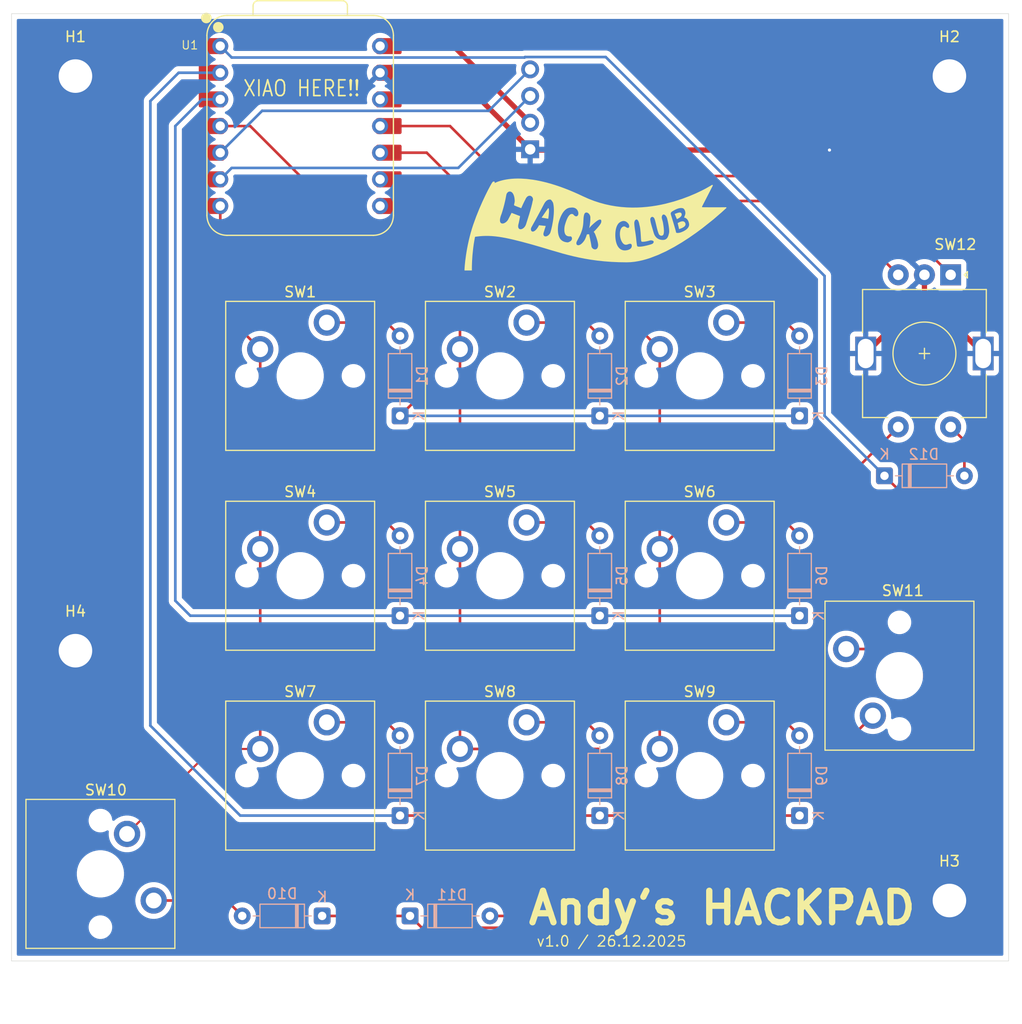
<source format=kicad_pcb>
(kicad_pcb (version 20241229) (generator "pcbnew") (generator_version "9.0")
  (layers (0 "F.Cu" signal) (2 "B.Cu" signal) (13 "F.Paste" user) (15 "B.Paste" user) (5 "F.SilkS" user "F.Silkscreen") (7 "B.SilkS" user "B.Silkscreen") (1 "F.Mask" user) (3 "B.Mask" user) (25 "Edge.Cuts" user))
  (net 0 "")
  (net 1 "Row 0")
  (net 2 "Net-(D1-A)")
  (net 3 "Net-(D2-A)")
  (net 4 "Net-(D3-A)")
  (net 5 "Row 1")
  (net 6 "Net-(D4-A)")
  (net 7 "Net-(D5-A)")
  (net 8 "Net-(D6-A)")
  (net 9 "Row 2")
  (net 10 "Net-(D7-A)")
  (net 11 "Net-(D8-A)")
  (net 12 "Net-(D9-A)")
  (net 13 "Row 3")
  (net 14 "Net-(D10-A)")
  (net 15 "Net-(D11-A)")
  (net 16 "Net-(D12-A)")
  (net 17 "Net-(J1-SCL)")
  (net 18 "+5V")
  (net 19 "Net-(J1-SDA)")
  (net 20 "GND")
  (net 21 "Col 0")
  (net 22 "Col 1")
  (net 23 "Col 2")
  (net 24 "Encoder B")
  (net 25 "Encoder A")
  (net 26 "+3.3V")
  (footprint "Scotto_Lib_MX:MX_PCB_1.00u" (layer "F.Cu") (at 140.35 66.675)
    (property "Reference" "SW3")
    (property "Value" "SW_Push_45deg")
  )
  (footprint "MountingHole:MountingHole_3.2mm_M3_DIN965_Pad" (layer "F.Cu") (at 80.81875 92.86875)
    (property "Reference" "H4")
    (property "Value" "MountingHole_Pad")
  )
  (footprint "MountingHole:MountingHole_3.2mm_M3_DIN965_Pad" (layer "F.Cu") (at 80.81875 38.1)
    (property "Reference" "H1")
    (property "Value" "MountingHole_Pad")
  )
  (footprint "Scotto_Lib_MX:MX_PCB_1.50u" (layer "F.Cu") (at 83.2 114.14125 -90)
    (property "Reference" "SW10")
    (property "Value" "SW_Push_45deg")
  )
  (footprint "Scotto_Lib_MX:MX_PCB_1.00u" (layer "F.Cu") (at 140.35 85.725)
    (property "Reference" "SW6")
    (property "Value" "SW_Push_45deg")
  )
  (footprint "Scotto_Lib_MX:MX_PCB_1.00u" (layer "F.Cu") (at 121.3 104.775)
    (property "Reference" "SW8")
    (property "Value" "SW_Push_45deg")
  )
  (footprint "Scotto_Lib_MX:MX_PCB_1.00u" (layer "F.Cu") (at 102.25 104.775)
    (property "Reference" "SW7")
    (property "Value" "SW_Push_45deg")
  )
  (footprint "Scotto_Lib_MX:MX_PCB_1.00u" (layer "F.Cu") (at 102.25 85.725)
    (property "Reference" "SW4")
    (property "Value" "SW_Push_45deg")
  )
  (footprint "Scotto_Lib_MX:MX_PCB_1.00u" (layer "F.Cu") (at 121.3 85.725)
    (property "Reference" "SW5")
    (property "Value" "SW_Push_45deg")
  )
  (footprint "MountingHole:MountingHole_3.2mm_M3_DIN965_Pad" (layer "F.Cu") (at 164.1625 116.68125)
    (property "Reference" "H3")
    (property "Value" "MountingHole_Pad")
  )
  (footprint "Alps_Encoder:RotaryEncoder_Alps_EC11E-Switch_Vertical_H20mm" (layer "F.Cu") (at 164.28125 57.04375 -90)
    (property "Reference" "SW12")
    (property "Value" "RotaryEncoder_Switch_MP")
  )
  (footprint "Scotto_Lib_MX:MX_PCB_1.00u" (layer "F.Cu") (at 121.3 66.675)
    (property "Reference" "SW2")
    (property "Value" "SW_Push_45deg")
  )
  (footprint "Scotto_Lib_MX:MX_PCB_1.00u" (layer "F.Cu") (at 102.25 66.675)
    (property "Reference" "SW1")
    (property "Value" "SW_Push_45deg")
  )
  (footprint "Scotto_Lib_MX:MX_PCB_1.00u" (layer "F.Cu") (at 140.35 104.775)
    (property "Reference" "SW9")
    (property "Value" "SW_Push_45deg")
  )
  (footprint "MountingHole:MountingHole_3.2mm_M3_DIN965_Pad" (layer "F.Cu") (at 164.1625 38.1)
    (property "Reference" "H2")
    (property "Value" "MountingHole_Pad")
  )
  (footprint "Scotto_Lib_MX:MX_PCB_1.50u" (layer "F.Cu") (at 159.4 95.25 90)
    (property "Reference" "SW11")
    (property "Value" "SW_Push_45deg")
  )
  (footprint "Scotto_Lib_Components:OLED_128x32" (layer "F.Cu") (at 122.58125 35.28125)
    (property "Reference" "J1" (hide yes))
    (property "Value" "OLED_128x32")
  )
  (footprint "OPL_footprint:XIAO-RP2040-DIP" (layer "F.Cu") (at 102.25 42.8625)
    (property "Reference" "U1")
    (property "Value" "XIAO-RP2040-DIP")
  )
  (footprint "Diode_THT:D_DO-35_SOD27_P7.62mm_Horizontal" (layer "B.Cu") (at 149.875 70.485 90)
    (property "Reference" "D3")
    (property "Value" "1N4148")
  )
  (footprint "Diode_THT:D_DO-35_SOD27_P7.62mm_Horizontal" (layer "B.Cu") (at 130.825 70.485 90)
    (property "Reference" "D2")
    (property "Value" "1N4148")
  )
  (footprint "Diode_THT:D_DO-35_SOD27_P7.62mm_Horizontal" (layer "B.Cu") (at 130.825 89.535 90)
    (property "Reference" "D5")
    (property "Value" "1N4148")
  )
  (footprint "Diode_THT:D_DO-35_SOD27_P7.62mm_Horizontal" (layer "B.Cu") (at 149.875 89.535 90)
    (property "Reference" "D6")
    (property "Value" "1N4148")
  )
  (footprint "Diode_THT:D_DO-35_SOD27_P7.62mm_Horizontal" (layer "B.Cu") (at 111.775 70.485 90)
    (property "Reference" "D1")
    (property "Value" "1N4148")
  )
  (footprint "Diode_THT:D_DO-35_SOD27_P7.62mm_Horizontal" (layer "B.Cu") (at 112.725 118.15)
    (property "Reference" "D11")
    (property "Value" "1N4148")
  )
  (footprint "Diode_THT:D_DO-35_SOD27_P7.62mm_Horizontal" (layer "B.Cu") (at 149.875 108.585 90)
    (property "Reference" "D9")
    (property "Value" "1N4148")
  )
  (footprint "Diode_THT:D_DO-35_SOD27_P7.62mm_Horizontal" (layer "B.Cu") (at 111.775 89.535 90)
    (property "Reference" "D4")
    (property "Value" "1N4148")
  )
  (footprint "Diode_THT:D_DO-35_SOD27_P7.62mm_Horizontal" (layer "B.Cu") (at 157.97125 76.2)
    (property "Reference" "D12")
    (property "Value" "1N4148")
  )
  (footprint "Diode_THT:D_DO-35_SOD27_P7.62mm_Horizontal" (layer "B.Cu") (at 104.345 118.15 180)
    (property "Reference" "D10")
    (property "Value" "1N4148")
  )
  (footprint "Diode_THT:D_DO-35_SOD27_P7.62mm_Horizontal" (layer "B.Cu") (at 111.775 108.585 90)
    (property "Reference" "D7")
    (property "Value" "1N4148")
  )
  (footprint "Diode_THT:D_DO-35_SOD27_P7.62mm_Horizontal" (layer "B.Cu") (at 130.825 108.585 90)
    (property "Reference" "D8")
    (property "Value" "1N4148")
  )
  (gr_poly (pts (xy 123.302181 47.869021) (xy 123.845769 47.903352) (xy 124.443478 47.976712) (xy 124.762964 48.029837) (xy 125.096384 48.09489) (xy 125.443874 48.172593) (xy 125.805569 48.26367) (xy 126.181602 48.368844) (xy 126.572109 48.488839) (xy 126.977225 48.624378) (xy 127.397085 48.776184) (xy 127.831823 48.94498) (xy 128.281574 49.13149) (xy 128.746474 49.336438) (xy 129.226656 49.560545) (xy 129.753314 49.796208) (xy 130.279388 49.99915) (xy 130.804018 50.170903) (xy 131.326345 50.312998) (xy 131.84551 50.426969) (xy 132.360652 50.514348) (xy 132.870913 50.576666) (xy 133.375433 50.615456) (xy 133.873353 50.63225) (xy 134.363813 50.628581) (xy 134.845953 50.605981) (xy 135.318915 50.565981) (xy 135.781839 50.510114) (xy 136.233864 50.439913) (xy 136.674133 50.356909) (xy 137.101785 50.262634) (xy 137.9158 50.046404) (xy 138.669036 49.803478) (xy 139.354615 49.546116) (xy 139.965663 49.286575) (xy 140.495303 49.037113) (xy 140.93666 48.809987) (xy 141.527022 48.471775) (xy 141.530251 48.470032) (xy 141.533595 48.46871) (xy 141.537038 48.467791) (xy 141.54056 48.467257) (xy 141.544144 48.467093) (xy 141.547772 48.46728) (xy 141.551426 48.467802) (xy 141.555089 48.468641) (xy 141.558743 48.469782) (xy 141.562369 48.471206) (xy 141.565951 48.472897) (xy 141.56947 48.474837) (xy 141.572908 48.477011) (xy 141.576247 48.479399) (xy 141.579471 48.481987) (xy 141.58256 48.484756) (xy 141.585497 48.487689) (xy 141.588265 48.49077) (xy 141.590845 48.493982) (xy 141.593219 48.497307) (xy 141.595371 48.500729) (xy 141.597281 48.50423) (xy 141.598932 48.507793) (xy 141.600307 48.511402) (xy 141.601387 48.515039) (xy 141.602154 48.518688) (xy 141.602592 48.52233) (xy 141.602681 48.525951) (xy 141.602405 48.529531) (xy 141.601745 48.533055) (xy 141.600683 48.536504) (xy 141.599202 48.539864) (xy 140.576103 50.53137) (xy 140.574701 50.534328) (xy 140.573518 50.537313) (xy 140.57255 50.540317) (xy 140.571793 50.543333) (xy 140.571241 50.546352) (xy 140.570891 50.549367) (xy 140.570737 50.55237) (xy 140.570775 50.555353) (xy 140.571 50.558308) (xy 140.571408 50.561228) (xy 140.571994 50.564104) (xy 140.572754 50.566928) (xy 140.573683 50.569694) (xy 140.574776 50.572392) (xy 140.576028 50.575016) (xy 140.577436 50.577557) (xy 140.578995 50.580008) (xy 140.580699 50.58236) (xy 140.582545 50.584606) (xy 140.584527 50.586738) (xy 140.586642 50.588748) (xy 140.588884 50.590629) (xy 140.591249 50.592372) (xy 140.593733 50.593969) (xy 140.59633 50.595413) (xy 140.599036 50.596697) (xy 140.601847 50.597811) (xy 140.604758 50.598748) (xy 140.607764 50.599501) (xy 140.610861 50.600062) (xy 140.614044 50.600422) (xy 140.617309 50.600574) (xy 141.443884 50.607412) (xy 142.100344 50.607384) (xy 142.850103 50.601133) (xy 142.854088 50.601222) (xy 142.857957 50.60159) (xy 142.861704 50.602223) (xy 142.865321 50.603109) (xy 142.868802 50.604235) (xy 142.87214 50.605588) (xy 142.875329 50.607156) (xy 142.87836 50.608926) (xy 142.881229 50.610886) (xy 142.883927 50.613022) (xy 142.886447 50.615323) (xy 142.888784 50.617775) (xy 142.89093 50.620366) (xy 142.892879 50.623084) (xy 142.894623 50.625915) (xy 142.896155 50.628847) (xy 142.89747 50.631867) (xy 142.89856 50.634963) (xy 142.899418 50.638122) (xy 142.900037 50.641332) (xy 142.900411 50.644579) (xy 142.900533 50.647852) (xy 142.900396 50.651136) (xy 142.899993 50.654421) (xy 142.899317 50.657693) (xy 142.898362 50.660939) (xy 142.897121 50.664147) (xy 142.895586 50.667305) (xy 142.893751 50.670399) (xy 142.89161 50.673417) (xy 142.889155 50.676346) (xy 142.88638 50.679174) (xy 142.436876 51.090458) (xy 141.653042 51.765091) (xy 140.59681 52.605003) (xy 139.9859 53.05629) (xy 139.330115 53.512121) (xy 138.637198 53.960235) (xy 137.914891 54.388374) (xy 137.170934 54.784279) (xy 136.41307 55.135691) (xy 135.649041 55.430352) (xy 135.267134 55.552569) (xy 134.886588 55.656001) (xy 134.508372 55.739115) (xy 134.133453 55.80038) (xy 133.762799 55.838263) (xy 133.397378 55.851231) (xy 132.637211 55.840111) (xy 131.918458 55.807934) (xy 131.23772 55.756474) (xy 130.591599 55.687507) (xy 129.976695 55.602807) (xy 129.38961 55.50415) (xy 128.826944 55.39331) (xy 128.285299 55.272061) (xy 127.761276 55.142179) (xy 127.251475 55.005439) (xy 126.260946 54.718482) (xy 125.286519 54.425389) (xy 124.301004 54.140359) (xy 123.932356 54.040894) (xy 128.587341 54.040894) (xy 128.589647 54.069654) (xy 128.594989 54.096428) (xy 128.603259 54.121075) (xy 128.614345 54.14345) (xy 128.628134 54.16341) (xy 128.644517 54.180811) (xy 128.663383 54.19551) (xy 128.684619 54.207363) (xy 128.708115 54.216226) (xy 128.73376 54.221957) (xy 128.761443 54.224411) (xy 128.791052 54.223445) (xy 128.822476 54.218916) (xy 128.855605 54.210679) (xy 128.890327 54.198592) (xy 128.92653 54.18251) (xy 128.964105 54.162291) (xy 129.002939 54.13779) (xy 129.042922 54.108864) (xy 129.083942 54.07537) (xy 129.125889 54.037164) (xy 129.16865 53.994102) (xy 129.212116 53.946041) (xy 129.256175 53.892838) (xy 129.300715 53.834348) (xy 129.345626 53.770429) (xy 129.367564 53.737099) (xy 129.389574 53.698808) (xy 129.411451 53.656537) (xy 129.432989 53.611266) (xy 129.453985 53.563978) (xy 129.474231 53.515654) (xy 129.511657 53.419822) (xy 129.543624 53.33162) (xy 129.568491 53.258899) (xy 129.590354 53.191301) (xy 129.799459 53.167768) (xy 129.896054 53.612807) (xy 129.971334 53.991422) (xy 130.002459 54.167931) (xy 130.024189 54.316163) (xy 130.029963 54.346882) (xy 130.038717 54.376633) (xy 130.050246 54.405289) (xy 130.064343 54.432722) (xy 130.080804 54.458804) (xy 130.099422 54.483407) (xy 130.119992 54.506404) (xy 130.142307 54.527666) (xy 130.166162 54.547066) (xy 130.191351 54.564476) (xy 130.217669 54.579767) (xy 130.244908 54.592814) (xy 130.272865 54.603486) (xy 130.301332 54.611657) (xy 130.330105 54.617199) (xy 130.358976 54.619984) (xy 130.387741 54.619885) (xy 130.416194 54.616772) (xy 130.444128 54.610519) (xy 130.471338 54.600998) (xy 130.497619 54.58808) (xy 130.522764 54.571639) (xy 130.546567 54.551546) (xy 130.568823 54.527673) (xy 130.589327 54.499893) (xy 130.607871 54.468077) (xy 130.62425 54.432099) (xy 130.638259 54.39183) (xy 130.649692 54.347141) (xy 130.658343 54.297907) (xy 130.664006 54.243998) (xy 130.666475 54.185287) (xy 130.655909 54.097742) (xy 130.639873 54.002784) (xy 130.618227 53.900377) (xy 130.590833 53.790487) (xy 130.557552 53.673079) (xy 130.518245 53.548116) (xy 130.472775 53.415564) (xy 130.421002 53.275388) (xy 130.406882 53.237111) (xy 132.302099 53.237111) (xy 132.303213 53.351011) (xy 132.307124 53.436695) (xy 132.313089 53.520025) (xy 132.321094 53.600956) (xy 132.331121 53.679444) (xy 132.343158 53.755444) (xy 132.357189 53.828912) (xy 132.373199 53.899803) (xy 132.391173 53.968071) (xy 132.411096 54.033673) (xy 132.432954 54.096563) (xy 132.456731 54.156697) (xy 132.482413 54.214031) (xy 132.509984 54.268518) (xy 132.539429 54.320116) (xy 132.570735 54.368779) (xy 132.603885 54.414461) (xy 132.638865 54.45712) (xy 132.67566 54.49671) (xy 132.714255 54.533185) (xy 132.754636 54.566503) (xy 132.796786 54.596617) (xy 132.840692 54.623483) (xy 132.886338 54.647056) (xy 132.93371 54.667292) (xy 132.982792 54.684147) (xy 133.033569 54.697574) (xy 133.086028 54.70753) (xy 133.140152 54.71397) (xy 133.195927 54.716849) (xy 133.253338 54.716122) (xy 133.31237 54.711745) (xy 133.373008 54.703673) (xy 133.432099 54.692685) (xy 133.486613 54.679698) (xy 133.536713 54.664863) (xy 133.582566 54.648331) (xy 133.624337 54.630253) (xy 133.66219 54.610779) (xy 133.696293 54.590062) (xy 133.72681 54.568251) (xy 133.753907 54.545498) (xy 133.777748 54.521953) (xy 133.798501 54.497767) (xy 133.816329 54.473092) (xy 133.831398 54.448077) (xy 133.843875 54.422875) (xy 133.853924 54.397635) (xy 133.86171 54.37251) (xy 133.8674 54.347649) (xy 133.871158 54.323203) (xy 133.873151 54.299324) (xy 133.873543 54.276163) (xy 133.8725 54.25387) (xy 133.870187 54.232595) (xy 133.86677 54.212491) (xy 133.862415 54.193708) (xy 133.857286 54.176397) (xy 133.85155 54.160708) (xy 133.845371 54.146793) (xy 133.838915 54.134803) (xy 133.832348 54.124888) (xy 133.825835 54.1172) (xy 133.819541 54.111888) (xy 133.813632 54.109105) (xy 133.80493 54.106301) (xy 133.796648 54.102782) (xy 133.779624 54.094769) (xy 133.770026 54.090858) (xy 133.759131 54.087402) (xy 133.746511 54.084692) (xy 133.731737 54.083021) (xy 133.71438 54.082681) (xy 133.694012 54.083964) (xy 133.670202 54.087163) (xy 133.642524 54.09257) (xy 133.610546 54.100478) (xy 133.573842 54.111178) (xy 133.531981 54.124963) (xy 133.484535 54.142126) (xy 133.45953 54.150952) (xy 133.434907 54.158481) (xy 133.410662 54.164699) (xy 133.386788 54.169593) (xy 133.363278 54.17315) (xy 133.340128 54.175355) (xy 133.31733 54.176196) (xy 133.294878 54.175658) (xy 133.272767 54.173728) (xy 133.250991 54.170393) (xy 133.229542 54.165638) (xy 133.208415 54.159451) (xy 133.187604 54.151818) (xy 133.167102 54.142725) (xy 133.146904 54.132158) (xy 133.127004 54.120105) (xy 133.107394 54.106551) (xy 133.08807 54.091484) (xy 133.069024 54.074888) (xy 133.050251 54.056752) (xy 133.031745 54.037061) (xy 133.0135 54.015801) (xy 132.995508 53.99296) (xy 132.977765 53.968523) (xy 132.960264 53.942477) (xy 132.942998 53.914809) (xy 132.909151 53.85455) (xy 132.876173 53.787639) (xy 132.844016 53.713966) (xy 132.823684 53.658848) (xy 132.804862 53.598317) (xy 132.787862 53.533108) (xy 132.772993 53.463953) (xy 132.760564 53.391586) (xy 132.750887 53.316741) (xy 132.74427 53.240151) (xy 132.741024 53.162551) (xy 132.741459 53.084673) (xy 132.745884 53.007251) (xy 132.75461 52.931019) (xy 132.767947 52.856711) (xy 132.786204 52.785059) (xy 132.809691 52.716798) (xy 132.823493 52.684169) (xy 132.838719 52.652662) (xy 132.855407 52.62237) (xy 132.873597 52.593383) (xy 132.879248 52.585194) (xy 132.884877 52.577373) (xy 132.89048 52.56991) (xy 132.896051 52.562795) (xy 132.901587 52.556016) (xy 132.907082 52.549564) (xy 132.917936 52.537594) (xy 132.928576 52.526799) (xy 132.938969 52.517092) (xy 132.949078 52.508389) (xy 132.958868 52.500603) (xy 132.968305 52.493649) (xy 132.977352 52.487439) (xy 132.985975 52.481889) (xy 132.994139 52.476912) (xy 133.021495 52.461019) (xy 133.032823 52.454531) (xy 133.04415 52.448858) (xy 133.055455 52.443962) (xy 133.06672 52.439807) (xy 133.077926 52.436359) (xy 133.089052 52.433579) (xy 133.10008 52.431432) (xy 133.110991 52.429881) (xy 133.121764 52.428892) (xy 133.13238 52.428426) (xy 133.142821 52.428448) (xy 133.153067 52.428921) (xy 133.163099 52.42981) (xy 133.172897 52.431078) (xy 133.182441 52.432689) (xy 133.191714 52.434606) (xy 133.200694 52.436794) (xy 133.209364 52.439215) (xy 133.225692 52.444616) (xy 133.240544 52.450517) (xy 133.253765 52.45663) (xy 133.2652 52.462664) (xy 133.274695 52.468328) (xy 133.282095 52.473334) (xy 133.287246 52.47739) (xy 133.318178 52.498858) (xy 133.347531 52.517399) (xy 133.375321 52.533115) (xy 133.401562 52.546105) (xy 133.426271 52.556468) (xy 133.449463 52.564307) (xy 133.471153 52.56972) (xy 133.491358 52.572807) (xy 133.510092 52.573669) (xy 133.527371 52.572406) (xy 133.543211 52.569118) (xy 133.557628 52.563905) (xy 133.570637 52.556868) (xy 133.582252 52.548105) (xy 133.592491 52.537718) (xy 133.601369 52.525807) (xy 133.608901 52.512471) (xy 133.615102 52.497811) (xy 133.619988 52.481927) (xy 133.623576 52.464919) (xy 133.62588 52.446887) (xy 133.626915 52.427931) (xy 133.626698 52.408152) (xy 133.625244 52.387649) (xy 133.622569 52.366523) (xy 133.618688 52.344873) (xy 133.613616 52.3228) (xy 133.60737 52.300404) (xy 133.599964 52.277786) (xy 133.591415 52.255044) (xy 133.581738 52.23228) (xy 133.570948 52.209593) (xy 133.545479 52.175021) (xy 133.519435 52.142465) (xy 133.496129 52.115739) (xy 134.111753 52.115739) (xy 134.113635 52.184327) (xy 134.117892 52.257827) (xy 134.132467 52.417265) (xy 134.15336 52.58946) (xy 134.178452 52.769816) (xy 134.232759 53.136633) (xy 134.257737 53.313904) (xy 134.27844 53.480957) (xy 134.327511 53.944394) (xy 134.337129 54.026446) (xy 134.347771 54.10547) (xy 134.36048 54.186712) (xy 134.376296 54.275421) (xy 134.384239 54.297153) (xy 134.39891 54.315384) (xy 134.419857 54.330295) (xy 134.446628 54.342066) (xy 134.478771 54.350879) (xy 134.515834 54.356914) (xy 134.557365 54.360351) (xy 134.602914 54.361372) (xy 134.704253 54.356889) (xy 134.816237 54.34491) (xy 134.935252 54.326882) (xy 135.057682 54.304251) (xy 135.298332 54.250965) (xy 135.509272 54.196623) (xy 135.661583 54.152797) (xy 135.726352 54.131057) (xy 135.73332 54.127634) (xy 135.742679 54.124082) (xy 135.767347 54.115745) (xy 135.782043 54.110535) (xy 135.797905 54.10435) (xy 135.814628 54.096977) (xy 135.831904 54.088204) (xy 135.849428 54.07782) (xy 135.858188 54.071958) (xy 135.866894 54.065613) (xy 135.87551 54.05876) (xy 135.883996 54.051372) (xy 135.892314 54.043422) (xy 135.900426 54.034884) (xy 135.908294 54.025731) (xy 135.915879 54.015937) (xy 135.923144 54.005476) (xy 135.93005 53.994321) (xy 135.936558 53.982446) (xy 135.942631 53.969823) (xy 135.948229 53.956427) (xy 135.953316 53.942231) (xy 135.958273 53.928168) (xy 135.961299 53.914611) (xy 135.962479 53.901566) (xy 135.961902 53.88904) (xy 135.959653 53.877038) (xy 135.955819 53.865566) (xy 135.950487 53.854631) (xy 135.943742 53.844239) (xy 135.935673 53.834396) (xy 135.926365 53.825108) (xy 135.915905 53.81638) (xy 135.904379 53.80822) (xy 135.891874 53.800633) (xy 135.878478 53.793626) (xy 135.849354 53.781372) (xy 135.8177 53.77151) (xy 135.784209 53.764086) (xy 135.749573 53.759151) (xy 135.714486 53.756752) (xy 135.679641 53.756938) (xy 135.645729 53.759759) (xy 135.613443 53.765262) (xy 135.583477 53.773497) (xy 135.508821 53.795704) (xy 135.406202 53.821561) (xy 135.286141 53.847629) (xy 135.222858 53.859668) (xy 135.15916 53.870469) (xy 135.096362 53.879603) (xy 135.035779 53.88664) (xy 134.978727 53.89115) (xy 134.926521 53.892703) (xy 134.880476 53.89087) (xy 134.860174 53.888549) (xy 134.841906 53.885219) (xy 134.825836 53.880828) (xy 134.812128 53.875322) (xy 134.800947 53.868646) (xy 134.792456 53.860748) (xy 134.779555 53.83358) (xy 134.768906 53.78752) (xy 134.760051 53.724568) (xy 134.75253 53.646727) (xy 134.72661 53.226464) (xy 134.70972 52.979003) (xy 134.685313 52.727996) (xy 134.669143 52.606163) (xy 134.649716 52.489445) (xy 134.626574 52.379842) (xy 134.599258 52.279356) (xy 134.593499 52.24548) (xy 134.587448 52.212947) (xy 134.581117 52.181738) (xy 134.574517 52.151835) (xy 134.567659 52.12322) (xy 134.560554 52.095873) (xy 134.553214 52.069778) (xy 134.545651 52.044914) (xy 134.537875 52.021264) (xy 134.529898 51.99881) (xy 134.521731 51.977532) (xy 134.513386 51.957413) (xy 134.504875 51.938435) (xy 134.496207 51.920578) (xy 134.487395 51.903824) (xy 134.478451 51.888156) (xy 134.469384 51.873554) (xy 134.460208 51.86) (xy 134.450933 51.847476) (xy 134.44157 51.835963) (xy 134.432131 51.825443) (xy 134.422628 51.815898) (xy 134.413071 51.807308) (xy 134.403472 51.799657) (xy 134.393842 51.792924) (xy 134.384193 51.787093) (xy 134.374537 51.782144) (xy 134.364883 51.778059) (xy 134.355244 51.77482) (xy 134.345632 51.772408) (xy 134.336057 51.770804) (xy 134.32653 51.769992) (xy 134.32653 51.769993) (xy 134.315807 51.770004) (xy 134.305178 51.770979) (xy 134.294658 51.772892) (xy 134.284266 51.775716) (xy 134.274017 51.779425) (xy 134.263927 51.78399) (xy 134.254013 51.789386) (xy 134.244293 51.795585) (xy 134.234781 51.802562) (xy 134.225496 51.810288) (xy 134.207668 51.827883) (xy 134.190941 51.848157) (xy 134.175448 51.870894) (xy 134.16132 51.89588) (xy 134.14869 51.922901) (xy 134.137689 51.951742) (xy 134.12845 51.982188) (xy 134.121105 52.014026) (xy 134.115785 52.04704) (xy 134.112624 52.081016) (xy 134.111753 52.115739) (xy 133.496129 52.115739) (xy 133.492825 52.11195) (xy 133.465654 52.083503) (xy 133.437931 52.057148) (xy 133.409662 52.032913) (xy 133.380854 52.010822) (xy 133.351514 51.990901) (xy 133.321651 51.973177) (xy 133.291269 51.957675) (xy 133.260378 51.944421) (xy 133.228983 51.933441) (xy 133.197092 51.92476) (xy 133.164712 51.918405) (xy 133.13185 51.914401) (xy 133.098513 51.912774) (xy 133.072261 51.913169) (xy 133.04573 51.91503) (xy 133.018923 51.91837) (xy 132.991843 51.9232) (xy 132.964494 51.929533) (xy 132.936879 51.93738) (xy 132.909002 51.946754) (xy 132.880865 51.957666) (xy 132.852472 51.970129) (xy 132.823825 51.984154) (xy 132.79493 51.999754) (xy 132.765787 52.016939) (xy 132.736402 52.035723) (xy 132.706777 52.056118) (xy 132.676915 52.078135) (xy 132.64682 52.101786) (xy 132.606469 52.145004) (xy 132.568139 52.19274) (xy 132.531938 52.245024) (xy 132.49797 52.301882) (xy 132.466342 52.363342) (xy 132.43716 52.429431) (xy 132.41053 52.500177) (xy 132.386559 52.575608) (xy 132.365352 52.655751) (xy 132.347015 52.740634) (xy 132.331654 52.830285) (xy 132.319376 52.92473) (xy 132.310287 53.023997) (xy 132.304493 53.128115) (xy 132.302099 53.237111) (xy 130.406882 53.237111) (xy 130.404582 53.230877) (xy 130.385798 53.184482) (xy 130.361511 53.130212) (xy 130.347667 53.10205) (xy 130.332882 53.07423) (xy 130.317302 53.047523) (xy 130.301072 53.022699) (xy 130.284336 53.000528) (xy 130.275824 52.990678) (xy 130.26724 52.981781) (xy 130.258603 52.973932) (xy 130.249929 52.967228) (xy 130.241238 52.961766) (xy 130.232548 52.95764) (xy 130.336176 52.851604) (xy 130.443716 52.737569) (xy 130.568855 52.599309) (xy 130.69693 52.449164) (xy 130.757486 52.37349) (xy 130.813276 52.299472) (xy 130.862469 52.228653) (xy 130.903232 52.162575) (xy 130.93373 52.102781) (xy 130.944558 52.075722) (xy 130.952132 52.050812) (xy 130.962206 52.002099) (xy 130.967632 51.956068) (xy 130.968105 51.913507) (xy 130.966388 51.893773) (xy 130.963319 51.875201) (xy 130.958858 51.85789) (xy 130.952967 51.841938) (xy 130.945609 51.827443) (xy 130.936745 51.814504) (xy 130.926337 51.803219) (xy 130.914346 51.793687) (xy 130.900735 51.786005) (xy 130.885465 51.780272) (xy 130.868498 51.776587) (xy 130.849795 51.775048) (xy 130.829319 51.775752) (xy 130.807032 51.7788) (xy 130.782894 51.784288) (xy 130.756868 51.792315) (xy 130.728916 51.80298) (xy 130.698999 51.816381) (xy 130.66708 51.832616) (xy 130.633119 51.851784) (xy 130.597079 51.873983) (xy 130.558922 51.899311) (xy 130.518609 51.927866) (xy 130.476102 51.959748) (xy 130.431363 51.995054) (xy 130.384353 52.033883) (xy 130.337518 52.073652) (xy 130.293271 52.111724) (xy 130.251539 52.148127) (xy 130.212251 52.18289) (xy 130.175335 52.21604) (xy 130.140717 52.247608) (xy 130.108326 52.27762) (xy 130.078091 52.306106) (xy 130.049937 52.333094) (xy 130.023794 52.358613) (xy 129.999589 52.382692) (xy 129.97725 52.405357) (xy 129.956704 52.42664) (xy 129.93788 52.446567) (xy 129.920705 52.465167) (xy 129.905107 52.482469) (xy 129.878353 52.513293) (xy 129.857041 52.539267) (xy 129.840592 52.560619) (xy 129.828429 52.577577) (xy 129.819975 52.590369) (xy 129.814652 52.599224) (xy 129.811086 52.606034) (xy 129.82998 52.514206) (xy 129.849088 52.411354) (xy 129.870631 52.28115) (xy 129.891602 52.131548) (xy 129.908996 51.970503) (xy 129.915413 51.888176) (xy 129.919808 51.805971) (xy 129.921073 51.754634) (xy 135.635885 51.754634) (xy 135.636038 51.777527) (xy 135.637799 51.80106) (xy 135.650519 51.896248) (xy 135.668845 51.995752) (xy 135.694107 52.106469) (xy 135.727635 52.235292) (xy 135.824805 52.574835) (xy 135.970989 53.06954) (xy 135.994888 53.137472) (xy 136.021202 53.200596) (xy 136.049739 53.259082) (xy 136.080307 53.313101) (xy 136.112713 53.362822) (xy 136.146766 53.408417) (xy 136.182274 53.450056) (xy 136.219044 53.487908) (xy 136.256885 53.522145) (xy 136.295604 53.552936) (xy 136.33501 53.580453) (xy 136.37491 53.604865) (xy 136.415113 53.626342) (xy 136.455425 53.645056) (xy 136.495656 53.661176) (xy 136.535613 53.674873) (xy 136.575104 53.686316) (xy 136.613938 53.695678) (xy 136.688862 53.708834) (xy 136.758851 53.715703) (xy 136.822366 53.71765) (xy 136.877872 53.716035) (xy 136.923833 53.712223) (xy 136.980973 53.703455) (xy 137.009974 53.695695) (xy 137.037537 53.68662) (xy 137.063708 53.676287) (xy 137.088532 53.664749) (xy 137.112055 53.652061) (xy 137.134323 53.638278) (xy 137.155381 53.623453) (xy 137.175277 53.607643) (xy 137.194054 53.5909) (xy 137.21176 53.573281) (xy 137.22844 53.554838) (xy 137.24414 53.535628) (xy 137.272783 53.495121) (xy 137.298056 53.452195) (xy 137.320325 53.407288) (xy 137.339956 53.360835) (xy 137.357318 53.313273) (xy 137.372775 53.265038) (xy 137.399445 53.168296) (xy 137.422899 53.074098) (xy 137.432682 53.020636) (xy 137.43827 52.957343) (xy 137.439953 52.885304) (xy 137.438018 52.805605) (xy 137.432752 52.719332) (xy 137.424443 52.627571) (xy 137.399845 52.431924) (xy 137.366525 52.227352) (xy 137.326783 52.022538) (xy 137.28292 51.826169) (xy 137.237237 51.64693) (xy 137.221169 51.605734) (xy 137.20397 51.566873) (xy 137.185756 51.530391) (xy 137.16664 51.496336) (xy 137.146736 51.464753) (xy 137.136524 51.449903) (xy 137.126158 51.435688) (xy 137.115651 51.422114) (xy 137.105019 51.409187) (xy 137.094275 51.396913) (xy 137.083433 51.385297) (xy 137.072508 51.374344) (xy 137.061514 51.364062) (xy 137.050466 51.354455) (xy 137.039377 51.345529) (xy 137.028262 51.33729) (xy 137.017134 51.329744) (xy 137.006009 51.322897) (xy 136.9949 51.316753) (xy 136.983822 51.31132) (xy 136.972789 51.306602) (xy 136.961814 51.302606) (xy 136.950913 51.299337) (xy 136.9401 51.296801) (xy 136.929388 51.295004) (xy 136.918792 51.293951) (xy 136.908327 51.293649) (xy 136.89234 51.294683) (xy 136.876756 51.297568) (xy 136.861629 51.302325) (xy 136.847012 51.308976) (xy 136.832959 51.317543) (xy 136.819522 51.328046) (xy 136.806757 51.340508) (xy 136.794715 51.354949) (xy 136.78345 51.371392) (xy 136.773017 51.389857) (xy 136.763467 51.410367) (xy 136.754855 51.432942) (xy 136.747233 51.457605) (xy 136.740656 51.484376) (xy 136.735177 51.513278) (xy 136.730848 51.544331) (xy 136.731006 51.566651) (xy 136.732535 51.589985) (xy 136.73533 51.614344) (xy 136.739289 51.639735) (xy 136.750282 51.693653) (xy 136.764683 51.751812) (xy 136.800391 51.881141) (xy 136.820037 51.952456) (xy 136.839772 52.028302) (xy 136.867465 52.1956) (xy 136.893772 52.36788) (xy 136.916149 52.540074) (xy 136.92507 52.624555) (xy 136.932056 52.707116) (xy 136.936788 52.787123) (xy 136.93895 52.863942) (xy 136.938224 52.936941) (xy 136.934291 53.005485) (xy 136.926834 53.068943) (xy 136.915535 53.12668) (xy 136.900077 53.178064) (xy 136.890689 53.201176) (xy 136.880142 53.222461) (xy 136.870383 53.235416) (xy 136.860004 53.247373) (xy 136.849045 53.25834) (xy 136.837546 53.268324) (xy 136.825548 53.277333) (xy 136.813093 53.285376) (xy 136.800221 53.292461) (xy 136.786972 53.298594) (xy 136.773388 53.303786) (xy 136.759509 53.308042) (xy 136.745376 53.311372) (xy 136.731029 53.313783) (xy 136.716511 53.315284) (xy 136.70186 53.315882) (xy 136.687119 53.315585) (xy 136.672328 53.314401) (xy 136.657527 53.312338) (xy 136.642758 53.309404) (xy 136.628061 53.305607) (xy 136.613477 53.300956) (xy 136.599046 53.295457) (xy 136.584811 53.289119) (xy 136.57081 53.281951) (xy 136.557086 53.273959) (xy 136.543678 53.265152) (xy 136.530628 53.255537) (xy 136.517977 53.245124) (xy 136.505764 53.233919) (xy 136.494032 53.221931) (xy 136.48282 53.209168) (xy 136.472169 53.195638) (xy 136.462121 53.181348) (xy 136.427248 53.102963) (xy 136.393603 53.013912) (xy 136.361132 52.916011) (xy 136.329784 52.811077) (xy 136.270246 52.587375) (xy 136.214567 52.357335) (xy 136.162329 52.135489) (xy 136.113111 51.936366) (xy 136.089503 51.849867) (xy 136.066492 51.774499) (xy 136.044027 51.712076) (xy 136.022054 51.664417) (xy 136.00744 51.640073) (xy 135.992274 51.618178) (xy 135.976628 51.598673) (xy 135.960573 51.581496) (xy 135.944183 51.566587) (xy 135.927529 51.553887) (xy 135.910682 51.543335) (xy 135.893716 51.534869) (xy 135.876702 51.528431) (xy 135.859712 51.52396) (xy 135.842818 51.521395) (xy 135.826092 51.520676) (xy 135.809607 51.521743) (xy 135.793434 51.524536) (xy 135.777644 51.528993) (xy 135.762312 51.535055) (xy 135.747507 51.542662) (xy 135.733302 51.551752) (xy 135.71977 51.562266) (xy 135.706983 51.574144) (xy 135.695011 51.587325) (xy 135.683928 51.601748) (xy 135.673805 51.617354) (xy 135.664715 51.634082) (xy 135.656729 51.651872) (xy 135.649919 51.670663) (xy 135.644358 51.690395) (xy 135.640117 51.711008) (xy 135.637269 51.732441) (xy 135.635885 51.754634) (xy 129.921073 51.754634) (xy 129.921806 51.724883) (xy 129.921032 51.645906) (xy 129.923172 51.617861) (xy 129.923877 51.590181) (xy 129.923199 51.5629) (xy 129.921191 51.536054) (xy 129.917908 51.509678) (xy 129.913402 51.483806) (xy 129.907726 51.458475) (xy 129.900935 51.433718) (xy 129.893081 51.409571) (xy 129.884218 51.386069) (xy 129.874399 51.363247) (xy 129.863678 51.34114) (xy 129.852108 51.319783) (xy 129.839741 51.299212) (xy 129.826633 51.279461) (xy 129.812835 51.260565) (xy 129.798401 51.242559) (xy 129.783385 51.225479) (xy 129.767841 51.209359) (xy 129.758928 51.200945) (xy 137.588364 51.200945) (xy 137.588567 51.210685) (xy 137.590147 51.229847) (xy 137.592877 51.24862) (xy 137.596259 51.267048) (xy 137.602982 51.303044) (xy 137.846942 52.101567) (xy 138.015961 52.678249) (xy 138.072583 52.888015) (xy 138.088966 52.957889) (xy 138.09551 52.998568) (xy 138.09693 53.004669) (xy 138.09946 53.010382) (xy 138.103062 53.015709) (xy 138.107697 53.020652) (xy 138.113327 53.025214) (xy 138.119915 53.029397) (xy 138.135811 53.036632) (xy 138.15508 53.042375) (xy 138.177417 53.046644) (xy 138.202518 53.049455) (xy 138.230078 53.050824) (xy 138.259793 53.050771) (xy 138.291358 53.04931) (xy 138.324469 53.04646) (xy 138.358822 53.042237) (xy 138.394111 53.036659) (xy 138.430032 53.029743) (xy 138.466282 53.021505) (xy 138.502554 53.011962) (xy 138.606835 52.974894) (xy 138.704777 52.93522) (xy 138.796247 52.893086) (xy 138.839513 52.87114) (xy 138.881111 52.848634) (xy 138.921025 52.825584) (xy 138.959237 52.802008) (xy 138.995731 52.777925) (xy 139.030491 52.753352) (xy 139.0635 52.728307) (xy 139.09474 52.702809) (xy 139.124197 52.676875) (xy 139.151852 52.650523) (xy 139.177689 52.623771) (xy 139.201692 52.596638) (xy 139.223845 52.56914) (xy 139.244129 52.541296) (xy 139.262529 52.513124) (xy 139.279028 52.484642) (xy 139.29361 52.455868) (xy 139.306257 52.426819) (xy 139.316953 52.397514) (xy 139.325682 52.367971) (xy 139.332427 52.338207) (xy 139.337171 52.308241) (xy 139.339897 52.278091) (xy 139.34059 52.247773) (xy 139.339231 52.217307) (xy 139.335806 52.186711) (xy 139.325304 52.12634) (xy 139.311724 52.067995) (xy 139.303811 52.03965) (xy 139.295166 52.011892) (xy 139.285802 51.984748) (xy 139.275731 51.958245) (xy 139.264966 51.93241) (xy 139.253519 51.907271) (xy 139.241403 51.882854) (xy 139.22863 51.859186) (xy 139.215214 51.836294) (xy 139.201166 51.814205) (xy 139.186499 51.792947) (xy 139.171226 51.772545) (xy 139.155359 51.753028) (xy 139.13891 51.734422) (xy 139.121893 51.716753) (xy 139.10432 51.70005) (xy 139.086203 51.684339) (xy 139.067555 51.669646) (xy 139.048388 51.656) (xy 139.028716 51.643426) (xy 139.00855 51.631952) (xy 138.987903 51.621606) (xy 138.966788 51.612413) (xy 138.945217 51.604401) (xy 138.923203 51.597597) (xy 138.900758 51.592027) (xy 138.877895 51.58772) (xy 138.854626 51.584701) (xy 138.867091 51.558503) (xy 138.880819 51.52779) (xy 138.897896 51.487144) (xy 138.917088 51.43792) (xy 138.937158 51.381475) (xy 138.956871 51.319166) (xy 138.966207 51.286236) (xy 138.974991 51.252349) (xy 138.978266 51.232524) (xy 138.980779 51.212534) (xy 138.982544 51.192415) (xy 138.983577 51.1722) (xy 138.983891 51.151926) (xy 138.983504 51.131625) (xy 138.982428 51.111334) (xy 138.98068 51.091086) (xy 138.975224 51.050861) (xy 138.967256 51.011227) (xy 138.956894 50.972463) (xy 138.944259 50.934844) (xy 138.92947 50.89865) (xy 138.912646 50.864157) (xy 138.893907 50.831643) (xy 138.883856 50.816215) (xy 138.873371 50.801386) (xy 138.862467 50.78719) (xy 138.851158 50.773663) (xy 138.839461 50.760839) (xy 138.827388 50.748752) (xy 138.814957 50.737437) (xy 138.802181 50.72693) (xy 138.789075 50.717265) (xy 138.775654 50.708475) (xy 138.76401 50.704418) (xy 138.752264 50.700621) (xy 138.740414 50.697082) (xy 138.72846 50.693802) (xy 138.716401 50.69078) (xy 138.704236 50.688017) (xy 138.679586 50.683264) (xy 138.654503 50.67954) (xy 138.628981 50.676843) (xy 138.603015 50.675172) (xy 138.576597 50.674524) (xy 138.536109 50.675466) (xy 138.494567 50.678705) (xy 138.45195 50.684234) (xy 138.408233 50.692047) (xy 138.363395 50.702139) (xy 138.317414 50.714503) (xy 138.270267 50.729134) (xy 138.221931 50.746027) (xy 138.172384 50.765174) (xy 138.121603 50.786571) (xy 138.069567 50.81021) (xy 138.016253 50.836088) (xy 137.961637 50.864197) (xy 137.905699 50.894532) (xy 137.848414 50.927086) (xy 137.789762 50.961855) (xy 137.766904 50.975116) (xy 137.745767 50.988155) (xy 137.72629 51.000977) (xy 137.70841 51.013588) (xy 137.692065 51.025994) (xy 137.677191 51.038199) (xy 137.663728 51.05021) (xy 137.651612 51.062031) (xy 137.640782 51.073668) (xy 137.631174 51.085127) (xy 137.622727 51.096413) (xy 137.615378 51.107531) (xy 137.609065 51.118487) (xy 137.603725 51.129286) (xy 137.599296 51.139934) (xy 137.595716 51.150435) (xy 137.592922 51.160797) (xy 137.590852 51.171023) (xy 137.589444 51.181119) (xy 137.588636 51.191092) (xy 137.588364 51.200945) (xy 129.758928 51.200945) (xy 129.75182 51.194235) (xy 129.735377 51.180141) (xy 129.718565 51.167113) (xy 129.701438 51.155185) (xy 129.684048 51.144393) (xy 129.66645 51.134772) (xy 129.648696 51.126356) (xy 129.630839 51.119182) (xy 129.612934 51.113283) (xy 129.595034 51.108696) (xy 129.577191 51.105454) (xy 129.559459 51.103593) (xy 129.541892 51.103149) (xy 129.541892 51.10315) (xy 129.526111 51.104005) (xy 129.510549 51.106086) (xy 129.495248 51.109421) (xy 129.480248 51.114035) (xy 129.465589 51.119954) (xy 129.45131 51.127204) (xy 129.444326 51.131337) (xy 129.437452 51.135812) (xy 129.430693 51.140633) (xy 129.424055 51.145803) (xy 129.417542 51.151326) (xy 129.411159 51.157204) (xy 129.404911 51.163441) (xy 129.398804 51.170041) (xy 129.392841 51.177006) (xy 129.38703 51.184339) (xy 129.375877 51.200126) (xy 129.365385 51.217426) (xy 129.355594 51.236267) (xy 129.346545 51.256674) (xy 129.338277 51.278674) (xy 129.313063 51.367886) (xy 129.294676 51.458242) (xy 129.281753 51.550296) (xy 129.272928 51.644601) (xy 129.251305 52.05539) (xy 129.242492 52.169246) (xy 129.229586 52.288671) (xy 129.211221 52.414219) (xy 129.186033 52.546444) (xy 129.152656 52.685897) (xy 129.109725 52.833133) (xy 129.055875 52.988704) (xy 128.98974 53.153164) (xy 128.970906 53.196487) (xy 128.949411 53.243337) (xy 128.900404 53.344515) (xy 128.846635 53.450485) (xy 128.792024 53.555031) (xy 128.643529 53.834703) (xy 128.625273 53.872355) (xy 128.610722 53.908884) (xy 128.599765 53.944145) (xy 128.592289 53.977997) (xy 128.588185 54.010294) (xy 128.587341 54.040894) (xy 123.932356 54.040894) (xy 123.376709 53.890976) (xy 122.560143 53.687115) (xy 122.186014 53.602358) (xy 121.831323 53.529105) (xy 121.493574 53.467397) (xy 121.170268 53.417275) (xy 120.858907 53.378781) (xy 120.556994 53.351956) (xy 120.26203 53.33684) (xy 119.971519 53.333476) (xy 119.682962 53.341904) (xy 119.393861 53.362166) (xy 119.101719 53.394303) (xy 118.804037 53.438355) (xy 118.800805 53.438785) (xy 118.79761 53.439) (xy 118.794459 53.439005) (xy 118.791358 53.438808) (xy 118.788313 53.438416) (xy 118.78533 53.437834) (xy 118.782416 53.43707) (xy 118.779576 53.436131) (xy 118.776816 53.435022) (xy 118.774143 53.433751) (xy 118.771564 53.432324) (xy 118.769083 53.430748) (xy 118.766707 53.42903) (xy 118.764443 53.427176) (xy 118.762296 53.425193) (xy 118.760272 53.423087) (xy 118.758379 53.420866) (xy 118.756621 53.418535) (xy 118.755005 53.416102) (xy 118.753537 53.413573) (xy 118.752224 53.410955) (xy 118.751071 53.408254) (xy 118.750084 53.405477) (xy 118.749271 53.402632) (xy 118.748636 53.399723) (xy 118.748186 53.396759) (xy 118.747927 53.393746) (xy 118.747866 53.39069) (xy 118.748007 53.387598) (xy 118.748359 53.384476) (xy 118.748926 53.381333) (xy 118.749715 53.378173) (xy 119.187565 51.84059) (xy 121.300596 51.84059) (xy 121.303202 51.900556) (xy 121.311168 51.953579) (xy 121.324113 51.999868) (xy 121.341656 52.039635) (xy 121.363417 52.073092) (xy 121.389013 52.10045) (xy 121.418066 52.12192) (xy 121.450192 52.137713) (xy 121.485012 52.148042) (xy 121.522144 52.153116) (xy 121.561208 52.153148) (xy 121.601823 52.148349) (xy 121.643608 52.138929) (xy 121.686181 52.125101) (xy 121.729162 52.107076) (xy 121.772171 52.085065) (xy 121.814825 52.059279) (xy 121.856744 52.029929) (xy 121.897548 51.997228) (xy 121.936854 51.961385) (xy 121.974283 51.922614) (xy 122.009454 51.881124) (xy 122.041984 51.837127) (xy 122.071495 51.790835) (xy 122.097603 51.742459) (xy 122.211027 51.525146) (xy 122.310883 51.330455) (xy 122.409026 51.136449) (xy 123.221907 51.448058) (xy 123.180817 51.671425) (xy 123.138454 51.889591) (xy 123.089543 52.124482) (xy 123.068485 52.19636) (xy 123.053003 52.263097) (xy 123.042816 52.324767) (xy 123.037641 52.381443) (xy 123.037199 52.433197) (xy 123.041206 52.480102) (xy 123.049381 52.522232) (xy 123.061442 52.559658) (xy 123.077108 52.592455) (xy 123.096097 52.620695) (xy 123.118128 52.64445) (xy 123.142918 52.663795) (xy 123.170186 52.678801) (xy 123.199651 52.689543) (xy 123.23103 52.696091) (xy 123.264042 52.698521) (xy 123.298406 52.696904) (xy 123.333839 52.691313) (xy 123.340623 52.689535) (xy 124.253744 52.689535) (xy 124.253894 52.723431) (xy 124.257386 52.755483) (xy 124.264099 52.785438) (xy 124.27391 52.813044) (xy 124.286697 52.838049) (xy 124.30234 52.8602) (xy 124.320716 52.879245) (xy 124.341703 52.894931) (xy 124.365181 52.907005) (xy 124.391026 52.915216) (xy 124.419118 52.91931) (xy 124.449335 52.919036) (xy 124.481554 52.91414) (xy 124.515655 52.904371) (xy 124.551515 52.889475) (xy 124.589012 52.8692) (xy 124.628026 52.843294) (xy 124.668434 52.811505) (xy 124.710115 52.773579) (xy 124.752946 52.729264) (xy 124.796807 52.678309) (xy 124.841575 52.620459) (xy 124.887128 52.555464) (xy 124.933345 52.483069) (xy 124.980105 52.403024) (xy 125.027285 52.315075) (xy 125.670036 52.386884) (xy 125.611826 52.560743) (xy 125.553221 52.74355) (xy 125.487536 52.959594) (xy 125.471835 53.004692) (xy 125.459984 53.047378) (xy 125.451818 53.087627) (xy 125.447174 53.125415) (xy 125.445885 53.160716) (xy 125.447788 53.193505) (xy 125.452719 53.223757) (xy 125.460512 53.251448) (xy 125.471003 53.276553) (xy 125.484027 53.299046) (xy 125.499421 53.318902) (xy 125.517019 53.336098) (xy 125.536656 53.350607) (xy 125.558169 53.362405) (xy 125.581393 53.371467) (xy 125.606163 53.377768) (xy 125.632314 53.381284) (xy 125.659683 53.381988) (xy 125.688103 53.379857) (xy 125.717412 53.374864) (xy 125.747444 53.366987) (xy 125.778035 53.356198) (xy 125.809021 53.342474) (xy 125.840235 53.32579) (xy 125.871515 53.30612) (xy 125.902696 53.283441) (xy 125.933613 53.257725) (xy 125.964101 53.22895) (xy 125.993996 53.19709) (xy 126.023133 53.162119) (xy 126.051348 53.124014) (xy 126.078476 53.082749) (xy 126.098104 53.040938) (xy 126.125081 52.963371) (xy 126.192251 52.723993) (xy 126.825157 52.723993) (xy 126.827219 52.82538) (xy 126.833529 52.929854) (xy 126.844858 53.03597) (xy 126.861973 53.142282) (xy 126.885643 53.247344) (xy 126.916638 53.349711) (xy 126.955724 53.447936) (xy 126.976298 53.492636) (xy 126.998498 53.534555) (xy 127.022194 53.573784) (xy 127.047256 53.610415) (xy 127.073554 53.644539) (xy 127.100959 53.676249) (xy 127.129338 53.705637) (xy 127.158564 53.732794) (xy 127.188505 53.757811) (xy 127.21903 53.780782) (xy 127.250011 53.801796) (xy 127.281317 53.820948) (xy 127.312818 53.838327) (xy 127.344383 53.854026) (xy 127.375882 53.868137) (xy 127.407186 53.880751) (xy 127.468686 53.901857) (xy 127.52784 53.918079) (xy 127.583608 53.93015) (xy 127.634949 53.938805) (xy 127.720182 53.948804) (xy 127.775209 53.953951) (xy 127.827246 53.937025) (xy 127.874889 53.918967) (xy 127.918298 53.899882) (xy 127.957633 53.879878) (xy 127.993056 53.859062) (xy 128.024726 53.837542) (xy 128.052805 53.815424) (xy 128.077452 53.792816) (xy 128.098828 53.769824) (xy 128.117095 53.746557) (xy 128.132411 53.72312) (xy 128.144938 53.699622) (xy 128.154837 53.676168) (xy 128.162267 53.652867) (xy 128.16739 53.629825) (xy 128.170366 53.60715) (xy 128.171355 53.584949) (xy 128.170518 53.563328) (xy 128.168016 53.542396) (xy 128.164008 53.522258) (xy 128.158656 53.503023) (xy 128.15212 53.484797) (xy 128.144561 53.467687) (xy 128.136139 53.451801) (xy 128.127014 53.437245) (xy 128.117348 53.424128) (xy 128.1073 53.412555) (xy 128.097032 53.402634) (xy 128.086703 53.394473) (xy 128.076474 53.388177) (xy 128.066506 53.383856) (xy 128.05696 53.381614) (xy 128.007734 53.380159) (xy 127.955209 53.379364) (xy 127.900298 53.377349) (xy 127.872232 53.375296) (xy 127.84391 53.372234) (xy 127.815448 53.367928) (xy 127.786958 53.362142) (xy 127.758555 53.354641) (xy 127.730352 53.345192) (xy 127.702464 53.333558) (xy 127.688673 53.326848) (xy 127.675004 53.319505) (xy 127.66147 53.311498) (xy 127.648086 53.302798) (xy 127.634866 53.293376) (xy 127.621824 53.283202) (xy 127.600671 53.264673) (xy 127.581085 53.244535) (xy 127.563018 53.222884) (xy 127.546422 53.199813) (xy 127.531246 53.175415) (xy 127.517443 53.149784) (xy 127.504964 53.123014) (xy 127.493759 53.095199) (xy 127.474979 53.036807) (xy 127.460711 52.975357) (xy 127.450565 52.911601) (xy 127.44415 52.846287) (xy 127.441075 52.780165) (xy 127.440949 52.713985) (xy 127.443383 52.648497) (xy 127.447984 52.584451) (xy 127.454362 52.522596) (xy 127.462127 52.463682) (xy 127.480252 52.357677) (xy 127.531935 52.178079) (xy 127.56288 52.078748) (xy 127.597253 51.97599) (xy 127.635072 51.871999) (xy 127.676356 51.768969) (xy 127.721124 51.669096) (xy 127.769395 51.574574) (xy 127.79485 51.530005) (xy 127.821187 51.487597) (xy 127.84841 51.447624) (xy 127.87652 51.410361) (xy 127.90552 51.376081) (xy 127.935413 51.345059) (xy 127.966199 51.31757) (xy 127.997883 51.293888) (xy 128.030466 51.274287) (xy 128.06395 51.259041) (xy 128.098339 51.248425) (xy 128.133634 51.242713) (xy 128.169837 51.24218) (xy 128.206952 51.247099) (xy 128.244979 51.257746) (xy 128.283923 51.274394) (xy 128.307346 51.303248) (xy 128.330318 51.329434) (xy 128.352828 51.353044) (xy 128.374866 51.374167) (xy 128.396421 51.392891) (xy 128.417483 51.409306) (xy 128.438042 51.423501) (xy 128.458086 51.435566) (xy 128.477607 51.445591) (xy 128.496593 51.453663) (xy 128.515034 51.459874) (xy 128.53292 51.464312) (xy 128.55024 51.467066) (xy 128.566984 51.468227) (xy 128.583141 51.467882) (xy 128.598702 51.466123) (xy 128.613655 51.463037) (xy 128.627991 51.458715) (xy 128.641699 51.453245) (xy 128.654769 51.446717) (xy 128.66719 51.439221) (xy 128.678951 51.430846) (xy 128.690043 51.42168) (xy 128.700456 51.411814) (xy 128.710178 51.401337) (xy 128.719199 51.390339) (xy 128.72751 51.378907) (xy 128.735099 51.367133) (xy 128.741956 51.355105) (xy 128.748071 51.342912) (xy 128.753434 51.330645) (xy 128.758034 51.318391) (xy 128.764735 51.296878) (xy 128.770081 51.273969) (xy 128.774043 51.249803) (xy 128.776595 51.224519) (xy 128.77771 51.198256) (xy 128.777363 51.171152) (xy 128.775526 51.143348) (xy 128.772172 51.114982) (xy 128.767276 51.086194) (xy 128.76081 51.057121) (xy 128.752748 51.027904) (xy 128.743063 50.998681) (xy 128.731728 50.969592) (xy 128.718718 50.940775) (xy 128.704004 50.91237) (xy 128.687562 50.884515) (xy 128.669363 50.85735) (xy 128.649382 50.831013) (xy 128.627591 50.805644) (xy 128.603965 50.781382) (xy 128.578476 50.758366) (xy 128.551098 50.736734) (xy 128.521804 50.716627) (xy 128.490568 50.698182) (xy 128.457363 50.68154) (xy 128.422162 50.666838) (xy 128.384939 50.654217) (xy 128.345667 50.643814) (xy 128.30432 50.63577) (xy 128.26087 50.630224) (xy 128.215292 50.627313) (xy 128.167558 50.627178) (xy 128.154463 50.62763) (xy 128.141217 50.628296) (xy 128.127816 50.629176) (xy 128.11426 50.630272) (xy 128.100547 50.631587) (xy 128.086675 50.63312) (xy 128.072642 50.634875) (xy 128.058448 50.636851) (xy 127.977419 50.641863) (xy 127.899721 50.655331) (xy 127.825306 50.676689) (xy 127.754121 50.705372) (xy 127.686119 50.740816) (xy 127.621249 50.782456) (xy 127.559462 50.829726) (xy 127.500707 50.882062) (xy 127.444935 50.938899) (xy 127.392096 50.999672) (xy 127.342141 51.063816) (xy 127.295019 51.130766) (xy 127.250681 51.199957) (xy 127.209077 51.270824) (xy 127.133873 51.415328) (xy 127.069007 51.559756) (xy 127.014081 51.699591) (xy 126.968698 51.830313) (xy 126.93246 51.947401) (xy 126.885823 52.122601) (xy 126.870986 52.189036) (xy 126.851684 52.313984) (xy 126.836781 52.45282) (xy 126.826576 52.627141) (xy 126.825157 52.723993) (xy 126.192251 52.723993) (xy 126.194595 52.71564) (xy 126.274043 52.368913) (xy 126.350451 51.952546) (xy 126.38346 51.727421) (xy 126.410843 51.495895) (xy 126.430979 51.261638) (xy 126.442246 51.028318) (xy 126.443021 50.799606) (xy 126.431683 50.579171) (xy 126.40661 50.370682) (xy 126.36618 50.17781) (xy 126.351048 50.149862) (xy 126.335421 50.121998) (xy 126.319375 50.094446) (xy 126.302985 50.067431) (xy 126.286328 50.041181) (xy 126.269479 50.015923) (xy 126.252515 49.991881) (xy 126.23551 49.969284) (xy 126.218541 49.948358) (xy 126.201683 49.929329) (xy 126.185013 49.912424) (xy 126.176772 49.904839) (xy 126.168606 49.897869) (xy 126.160525 49.891545) (xy 126.152538 49.885892) (xy 126.144655 49.880941) (xy 126.136885 49.876719) (xy 126.129237 49.873254) (xy 126.121722 49.870576) (xy 126.114349 49.868711) (xy 126.107126 49.867689) (xy 126.098809 49.866862) (xy 126.090413 49.866153) (xy 126.081933 49.865584) (xy 126.07336 49.865178) (xy 126.040484 49.865104) (xy 126.006581 49.867477) (xy 125.971761 49.872603) (xy 125.936135 49.880791) (xy 125.899814 49.892347) (xy 125.862908 49.90758) (xy 125.825528 49.926798) (xy 125.787785 49.950307) (xy 125.74979 49.978415) (xy 125.730732 49.994291) (xy 125.711652 50.011431) (xy 125.692565 50.029875) (xy 125.673484 50.049661) (xy 125.654422 50.070828) (xy 125.635395 50.093414) (xy 125.616415 50.117457) (xy 125.597496 50.142997) (xy 125.578653 50.17007) (xy 125.559898 50.198717) (xy 125.541247 50.228975) (xy 125.522712 50.260882) (xy 125.486048 50.329801) (xy 125.226677 50.824303) (xy 124.907961 51.415029) (xy 124.589236 51.996085) (xy 124.329839 52.461578) (xy 124.307381 52.501235) (xy 124.288996 52.540563) (xy 124.274561 52.579309) (xy 124.263956 52.617222) (xy 124.257057 52.654048) (xy 124.253744 52.689535) (xy 123.340623 52.689535) (xy 123.37006 52.681822) (xy 123.406787 52.668503) (xy 123.443739 52.651429) (xy 123.480634 52.630673) (xy 123.51719 52.606309) (xy 123.553126 52.578408) (xy 123.58816 52.547045) (xy 123.62201 52.512291) (xy 123.654394 52.47422) (xy 123.685032 52.432905) (xy 123.71364 52.388419) (xy 123.739939 52.340834) (xy 123.763645 52.290224) (xy 123.784477 52.236661) (xy 124.092885 51.259251) (xy 124.191937 50.926705) (xy 124.28466 50.59526) (xy 124.3635 50.283104) (xy 124.420903 50.008425) (xy 124.435282 49.96859) (xy 124.445264 49.929162) (xy 124.451055 49.890334) (xy 124.452859 49.852295) (xy 124.450881 49.815235) (xy 124.445325 49.779347) (xy 124.436397 49.74482) (xy 124.424301 49.711845) (xy 124.409241 49.680613) (xy 124.391423 49.651313) (xy 124.371051 49.624138) (xy 124.34833 49.599278) (xy 124.323464 49.576922) (xy 124.296659 49.557263) (xy 124.268119 49.54049) (xy 124.238048 49.526795) (xy 124.206652 49.516367) (xy 124.174134 49.509398) (xy 124.140701 49.506077) (xy 124.106556 49.506597) (xy 124.071904 49.511147) (xy 124.03695 49.519919) (xy 124.001899 49.533102) (xy 123.966955 49.550887) (xy 123.932323 49.573466) (xy 123.898207 49.601028) (xy 123.864814 49.633764) (xy 123.832346 49.671866) (xy 123.801009 49.715523) (xy 123.771008 49.764927) (xy 123.742546 49.820267) (xy 123.71583 49.881735) (xy 123.687279 49.932622) (xy 123.657062 49.989328) (xy 123.593569 50.115173) (xy 123.529221 50.249224) (xy 123.46789 50.381432) (xy 123.369769 50.600133) (xy 123.330179 50.690895) (xy 122.993706 50.563597) (xy 122.869573 50.514884) (xy 122.760697 50.470404) (xy 122.68271 50.435652) (xy 122.660185 50.42364) (xy 122.653894 50.419276) (xy 122.651244 50.416121) (xy 122.6491 50.409403) (xy 122.647556 50.402075) (xy 122.646136 50.385676) (xy 122.646708 50.367098) (xy 122.648999 50.346515) (xy 122.652735 50.324103) (xy 122.657642 50.300035) (xy 122.669874 50.247633) (xy 122.683504 50.190707) (xy 122.696341 50.130652) (xy 122.701777 50.099889) (xy 122.706193 50.068868) (xy 122.709314 50.037764) (xy 122.710868 50.006751) (xy 122.708127 49.947751) (xy 122.70424 49.891013) (xy 122.699248 49.836508) (xy 122.693191 49.784208) (xy 122.68611 49.734087) (xy 122.678044 49.686115) (xy 122.669033 49.640267) (xy 122.659119 49.596514) (xy 122.648341 49.554829) (xy 122.636739 49.515184) (xy 122.624354 49.477551) (xy 122.611226 49.441903) (xy 122.597395 49.408212) (xy 122.582902 49.376451) (xy 122.567787 49.346592) (xy 122.552089 49.318608) (xy 122.53585 49.29247) (xy 122.519109 49.268152) (xy 122.501907 49.245626) (xy 122.484284 49.224863) (xy 122.46628 49.205837) (xy 122.447936 49.188521) (xy 122.429291 49.172885) (xy 122.410387 49.158903) (xy 122.391262 49.146547) (xy 122.371958 49.13579) (xy 122.352515 49.126604) (xy 122.332972 49.118961) (xy 122.313371 49.112834) (xy 122.293751 49.108195) (xy 122.274153 49.105016) (xy 122.254617 49.103271) (xy 122.239491 49.102886) (xy 122.224446 49.103339) (xy 122.209501 49.104615) (xy 122.194675 49.106703) (xy 122.179987 49.109588) (xy 122.165456 49.113259) (xy 122.1511 49.117701) (xy 122.136939 49.122903) (xy 122.122991 49.128851) (xy 122.109276 49.135532) (xy 122.095812 49.142933) (xy 122.082618 49.15104) (xy 122.069713 49.159842) (xy 122.057116 49.169325) (xy 122.044846 49.179477) (xy 122.032922 49.190283) (xy 122.021363 49.201731) (xy 122.010187 49.213809) (xy 121.999414 49.226502) (xy 121.989062 49.239799) (xy 121.97915 49.253685) (xy 121.969698 49.268149) (xy 121.960724 49.283177) (xy 121.952247 49.298756) (xy 121.944285 49.314873) (xy 121.936859 49.331516) (xy 121.929987 49.34867) (xy 121.923687 49.366323) (xy 121.917978 49.384463) (xy 121.91288 49.403076) (xy 121.908412 49.422149) (xy 121.904592 49.441669) (xy 121.845026 49.757015) (xy 121.804837 49.948551) (xy 121.756532 50.161455) (xy 121.699224 50.394821) (xy 121.632028 50.647742) (xy 121.55406 50.919314) (xy 121.464433 51.208631) (xy 121.418853 51.323125) (xy 121.381299 51.429195) (xy 121.351391 51.527053) (xy 121.328748 51.616911) (xy 121.312988 51.698978) (xy 121.303731 51.773467) (xy 121.300596 51.84059) (xy 119.187565 51.84059) (xy 119.371816 51.193562) (xy 120.581138 48.424894) (xy 120.581782 48.423468) (xy 120.582455 48.42208) (xy 120.583157 48.420729) (xy 120.58389 48.419415) (xy 120.584658 48.418138) (xy 120.585461 48.416896) (xy 120.586303 48.415691) (xy 120.587184 48.414521) (xy 120.588108 48.413385) (xy 120.589076 48.412285) (xy 120.59009 48.411218) (xy 120.591153 48.410185) (xy 120.592266 48.409186) (xy 120.593431 48.408219) (xy 120.594651 48.407285) (xy 120.595928 48.406383) (xy 120.667427 48.362) (xy 120.810566 48.286519) (xy 121.027635 48.192233) (xy 121.164611 48.141881) (xy 121.320928 48.091437) (xy 121.496875 48.042439) (xy 121.692737 47.996424) (xy 121.908801 47.954928) (xy 122.145354 47.919488) (xy 122.402682 47.89164) (xy 122.681071 47.872922) (xy 122.980809 47.86487)) (fill yes) (layer "F.SilkS"))
  (gr_poly (pts (xy 120.725 48.15) (xy 120.73336 48.150534) (xy 120.741978 48.151446) (xy 120.750388 48.152832) (xy 120.758135 48.154755) (xy 120.765238 48.157191) (xy 120.771717 48.160115) (xy 120.777591 48.163503) (xy 120.782879 48.16733) (xy 120.7876 48.171573) (xy 120.791773 48.176206) (xy 120.795417 48.181205) (xy 120.798551 48.186545) (xy 120.801194 48.192203) (xy 120.803365 48.198154) (xy 120.805084 48.204374) (xy 120.80637 48.210837) (xy 120.807241 48.217521) (xy 120.807716 48.224399) (xy 120.807815 48.231448) (xy 120.807557 48.238644) (xy 120.806961 48.245962) (xy 120.806046 48.253377) (xy 120.804831 48.260866) (xy 120.803335 48.268403) (xy 120.799576 48.283526) (xy 120.794923 48.298551) (xy 120.789527 48.313282) (xy 120.783542 48.327526) (xy 120.777121 48.341085) (xy 120.608481 48.697229) (xy 120.436691 49.076362) (xy 120.223691 49.565901) (xy 119.982308 50.148121) (xy 119.854981 50.468446) (xy 119.72537 50.805295) (xy 119.595077 51.15645) (xy 119.465705 51.519696) (xy 119.338858 51.892818) (xy 119.21614 52.2736) (xy 119.103922 52.65858) (xy 119.006786 53.043613) (xy 118.923648 53.425463) (xy 118.853428 53.800895) (xy 118.795042 54.166673) (xy 118.74741 54.519561) (xy 118.680078 55.173725) (xy 118.642775 55.737502) (xy 118.626846 56.185005) (xy 118.62449 56.627648) (xy 117.919722 56.627648) (xy 117.923666 56.464342) (xy 117.946052 56.149416) (xy 117.991902 55.704258) (xy 118.06624 55.150258) (xy 118.115663 54.839126) (xy 118.174091 54.508804) (xy 118.242153 54.161965) (xy 118.320476 53.801284) (xy 118.40969 53.429433) (xy 118.510421 53.049086) (xy 118.623298 52.662917) (xy 118.748948 52.2736) (xy 119.027125 51.504179) (xy 119.322478 50.769195) (xy 119.619721 50.08854) (xy 119.903569 49.482105) (xy 120.158737 48.969783) (xy 120.36994 48.571464) (xy 120.521892 48.307042) (xy 120.599308 48.196408) (xy 120.601611 48.193991) (xy 120.604479 48.191245) (xy 120.60848 48.187718) (xy 120.613605 48.183596) (xy 120.619849 48.179061) (xy 120.623387 48.176697) (xy 120.627201 48.174298) (xy 120.631291 48.171887) (xy 120.635655 48.169489) (xy 120.640292 48.167125) (xy 120.645202 48.164819) (xy 120.650383 48.162593) (xy 120.655834 48.160471) (xy 120.661555 48.158476) (xy 120.667544 48.15663) (xy 120.673801 48.154956) (xy 120.680324 48.153478) (xy 120.687112 48.152219) (xy 120.694165 48.1512) (xy 120.701481 48.150447) (xy 120.70906 48.14998) (xy 120.7169 48.149824)) (fill yes) (layer "F.SilkS"))
  (gr_poly (pts (xy 125.914459 50.692502) (xy 125.916302 50.692671) (xy 125.918114 50.692941) (xy 125.930727 50.698079) (xy 125.941675 50.708458) (xy 125.951042 50.723724) (xy 125.958909 50.743523) (xy 125.96536 50.767499) (xy 125.970477 50.795299) (xy 125.977044 50.860952) (xy 125.979273 50.937646) (xy 125.977827 51.022546) (xy 125.973371 51.112817) (xy 125.966566 51.205623) (xy 125.948569 51.387501) (xy 125.929142 51.545497) (xy 125.907231 51.699112) (xy 125.273596 51.590933) (xy 125.885279 50.701127) (xy 125.887581 50.699804) (xy 125.889848 50.698593) (xy 125.892081 50.697494) (xy 125.89428 50.696504) (xy 125.896445 50.695625) (xy 125.898577 50.694854) (xy 125.900675 50.694191) (xy 125.902741 50.693636) (xy 125.904774 50.693186) (xy 125.906775 50.692842) (xy 125.908744 50.692602) (xy 125.91068 50.692466) (xy 125.912586 50.692433)) (fill yes) (layer "F.SilkS"))
  (gr_poly (pts (xy 138.726226 51.94321) (xy 138.746768 51.94435) (xy 138.766995 51.94668) (xy 138.78685 51.950269) (xy 138.796619 51.952557) (xy 138.806274 51.955187) (xy 138.815806 51.958166) (xy 138.82521 51.961504) (xy 138.834477 51.965209) (xy 138.8436 51.96929) (xy 138.852572 51.973755) (xy 138.861386 51.978614) (xy 138.870034 51.983874) (xy 138.87851 51.989545) (xy 138.886806 51.995636) (xy 138.894914 52.002155) (xy 138.902829 52.009111) (xy 138.910542 52.016512) (xy 138.918046 52.024368) (xy 138.925333 52.032686) (xy 138.932398 52.041476) (xy 138.939232 52.050747) (xy 138.945829 52.060507) (xy 138.95218 52.070764) (xy 138.958279 52.081528) (xy 138.964119 52.092808) (xy 138.969692 52.104611) (xy 138.974991 52.116947) (xy 138.987377 52.152918) (xy 138.994733 52.187496) (xy 138.997364 52.220706) (xy 138.995575 52.252572) (xy 138.989671 52.283119) (xy 138.979955 52.31237) (xy 138.966734 52.34035) (xy 138.950311 52.367082) (xy 138.930991 52.392591) (xy 138.909078 52.416901) (xy 138.884878 52.440037) (xy 138.858696 52.462021) (xy 138.830834 52.48288) (xy 138.801599 52.502636) (xy 138.740227 52.538937) (xy 138.677016 52.571119) (xy 138.614403 52.599375) (xy 138.500721 52.644882) (xy 138.418677 52.677003) (xy 138.395613 52.688527) (xy 138.389637 52.693239) (xy 138.387771 52.697284) (xy 138.24871 52.116947) (xy 138.290135 52.090538) (xy 138.337086 52.063358) (xy 138.397236 52.032043) (xy 138.431255 52.01605) (xy 138.467366 52.000482) (xy 138.505166 51.985823) (xy 138.544254 51.972561) (xy 138.584226 51.96118) (xy 138.624681 51.952168) (xy 138.665215 51.946009) (xy 138.705427 51.94319)) (fill yes) (layer "F.SilkS"))
  (gr_poly (pts (xy 138.460646 51.103181) (xy 138.478076 51.104814) (xy 138.486535 51.106062) (xy 138.494816 51.107608) (xy 138.502914 51.109459) (xy 138.510827 51.111624) (xy 138.518548 51.114111) (xy 138.526072 51.116926) (xy 138.533397 51.120078) (xy 138.540515 51.123575) (xy 138.547424 51.127424) (xy 138.554118 51.131633) (xy 138.560593 51.13621) (xy 138.566844 51.141163) (xy 138.572866 51.146499) (xy 138.578655 51.152227) (xy 138.584205 51.158353) (xy 138.589513 51.164887) (xy 138.594574 51.171834) (xy 138.599383 51.179205) (xy 138.603935 51.187005) (xy 138.608226 51.195243) (xy 138.612251 51.203927) (xy 138.616005 51.213064) (xy 138.619484 51.222662) (xy 138.622682 51.23273) (xy 138.625597 51.243274) (xy 138.628222 51.254302) (xy 138.632246 51.279869) (xy 138.633112 51.305006) (xy 138.631018 51.329689) (xy 138.626162 51.353894) (xy 138.618744 51.377594) (xy 138.608962 51.400765) (xy 138.597015 51.423382) (xy 138.583102 51.445419) (xy 138.567422 51.466851) (xy 138.550173 51.487654) (xy 138.531554 51.507802) (xy 138.511764 51.52727) (xy 138.491002 51.546033) (xy 138.469467 51.564067) (xy 138.42487 51.597842) (xy 138.379564 51.628396) (xy 138.33514 51.655528) (xy 138.293187 51.679036) (xy 138.255297 51.698721) (xy 138.198062 51.725815) (xy 138.176156 51.735203) (xy 137.964727 51.240071) (xy 138.204609 51.153752) (xy 138.262944 51.13512) (xy 138.29143 51.126971) (xy 138.319355 51.119774) (xy 138.346641 51.113661) (xy 138.373206 51.108765) (xy 138.398973 51.105217) (xy 138.423862 51.103149) (xy 138.442562 51.102647)) (fill yes) (layer "F.SilkS"))
  (gr_rect (start 74.725 32.15) (end 169.80625 122.44375) (stroke (width 0.05)) (fill no) (layer "Edge.Cuts"))
  (gr_text "XIAO HERE!!" (at 96.725 40.15 0) (layer "F.SilkS") (effects (font (size 1.5 1.25) (thickness 0.15625)) (justify left bottom)))
  (gr_text "v1.0 / 26.12.2025" (at 124.725 121.15 0) (layer "F.SilkS") (effects (font (size 1 1) (thickness 0.125)) (justify left bottom)))
  (gr_text "Andy's HACKPAD" (at 123.725 119.15 0) (layer "F.SilkS") (effects (font (size 3 3) (thickness 0.6) (bold yes)) (justify left bottom)))
  (segment (start 114.15625 68.10375) (end 111.775 70.485) (width 0.25) (layer "F.Cu") (net 1))
  (segment (start 114.15625 59.53125) (end 114.15625 68.10375) (width 0.25) (layer "F.Cu") (net 1))
  (segment (start 94.63 42.8625) (end 97.4875 42.8625) (width 0.25) (layer "F.Cu") (net 1))
  (segment (start 97.4875 42.8625) (end 114.15625 59.53125) (width 0.25) (layer "F.Cu") (net 1))
  (segment (start 111.775 70.485) (end 149.875 70.485) (width 0.25) (layer "B.Cu") (net 1))
  (segment (start 104.79 61.595) (end 110.505 61.595) (width 0.25) (layer "F.Cu") (net 2))
  (segment (start 110.505 61.595) (end 111.775 62.865) (width 0.25) (layer "F.Cu") (net 2))
  (segment (start 129.555 61.595) (end 130.825 62.865) (width 0.25) (layer "F.Cu") (net 3))
  (segment (start 123.84 61.595) (end 129.555 61.595) (width 0.25) (layer "F.Cu") (net 3))
  (segment (start 142.89 61.595) (end 148.605 61.595) (width 0.25) (layer "F.Cu") (net 4))
  (segment (start 148.605 61.595) (end 149.875 62.865) (width 0.25) (layer "F.Cu") (net 4))
  (segment (start 111.775 89.535) (end 149.875 89.535) (width 0.25) (layer "B.Cu") (net 5))
  (segment (start 92.88375 40.3225) (end 90.34375 42.8625) (width 0.25) (layer "B.Cu") (net 5))
  (segment (start 91.7725 89.535) (end 111.775 89.535) (width 0.25) (layer "B.Cu") (net 5))
  (segment (start 90.34375 42.8625) (end 90.34375 88.10625) (width 0.25) (layer "B.Cu") (net 5))
  (segment (start 94.63 40.3225) (end 92.88375 40.3225) (width 0.25) (layer "B.Cu") (net 5))
  (segment (start 90.34375 88.10625) (end 91.7725 89.535) (width 0.25) (layer "B.Cu") (net 5))
  (segment (start 110.505 80.645) (end 111.775 81.915) (width 0.25) (layer "F.Cu") (net 6))
  (segment (start 104.79 80.645) (end 110.505 80.645) (width 0.25) (layer "F.Cu") (net 6))
  (segment (start 129.555 80.645) (end 130.825 81.915) (width 0.25) (layer "F.Cu") (net 7))
  (segment (start 123.84 80.645) (end 129.555 80.645) (width 0.25) (layer "F.Cu") (net 7))
  (segment (start 148.605 80.645) (end 149.875 81.915) (width 0.25) (layer "F.Cu") (net 8))
  (segment (start 142.89 80.645) (end 148.605 80.645) (width 0.25) (layer "F.Cu") (net 8))
  (segment (start 111.775 108.585) (end 149.875 108.585) (width 0.25) (layer "F.Cu") (net 9))
  (segment (start 94.63 37.7825) (end 90.66125 37.7825) (width 0.25) (layer "B.Cu") (net 9))
  (segment (start 96.535 108.585) (end 111.775 108.585) (width 0.25) (layer "B.Cu") (net 9))
  (segment (start 90.66125 37.7825) (end 87.9625 40.48125) (width 0.25) (layer "B.Cu") (net 9))
  (segment (start 87.9625 100.0125) (end 96.535 108.585) (width 0.25) (layer "B.Cu") (net 9))
  (segment (start 87.9625 40.48125) (end 87.9625 100.0125) (width 0.25) (layer "B.Cu") (net 9))
  (segment (start 110.505 99.695) (end 111.775 100.965) (width 0.25) (layer "F.Cu") (net 10))
  (segment (start 104.79 99.695) (end 110.505 99.695) (width 0.25) (layer "F.Cu") (net 10))
  (segment (start 129.555 99.695) (end 130.825 100.965) (width 0.25) (layer "F.Cu") (net 11))
  (segment (start 123.84 99.695) (end 129.555 99.695) (width 0.25) (layer "F.Cu") (net 11))
  (segment (start 148.605 99.695) (end 149.875 100.965) (width 0.25) (layer "F.Cu") (net 12))
  (segment (start 142.89 99.695) (end 148.605 99.695) (width 0.25) (layer "F.Cu") (net 12))
  (segment (start 163.725 100.15) (end 163.725 81.95375) (width 0.25) (layer "F.Cu") (net 13))
  (segment (start 113.851 119.276) (end 144.599 119.276) (width 0.25) (layer "F.Cu") (net 13))
  (segment (start 163.725 81.95375) (end 157.97125 76.2) (width 0.25) (layer "F.Cu") (net 13))
  (segment (start 104.345 118.15) (end 112.725 118.15) (width 0.25) (layer "F.Cu") (net 13))
  (segment (start 112.725 118.15) (end 113.851 119.276) (width 0.25) (layer "F.Cu") (net 13))
  (segment (start 144.599 119.276) (end 163.725 100.15) (width 0.25) (layer "F.Cu") (net 13))
  (segment (start 152.25625 57.15) (end 152.25625 70.485) (width 0.25) (layer "B.Cu") (net 13))
  (segment (start 152.25625 70.485) (end 157.97125 76.2) (width 0.25) (layer "B.Cu") (net 13))
  (segment (start 95.718 36.3305) (end 123.648884 36.3305) (width 0.25) (layer "B.Cu") (net 13))
  (segment (start 123.648884 36.3305) (end 123.694134 36.28525) (width 0.25) (layer "B.Cu") (net 13))
  (segment (start 131.3915 36.28525) (end 152.25625 57.15) (width 0.25) (layer "B.Cu") (net 13))
  (segment (start 123.694134 36.28525) (end 131.3915 36.28525) (width 0.25) (layer "B.Cu") (net 13))
  (segment (start 94.63 35.2425) (end 95.718 36.3305) (width 0.25) (layer "B.Cu") (net 13))
  (segment (start 88.28 116.68125) (end 95.25625 116.68125) (width 0.25) (layer "F.Cu") (net 14))
  (segment (start 95.25625 116.68125) (end 96.725 118.15) (width 0.25) (layer "F.Cu") (net 14))
  (segment (start 120.345 118.15) (end 143.349181 118.15) (width 0.25) (layer "F.Cu") (net 15))
  (segment (start 160.220171 92.71) (end 154.32 92.71) (width 0.25) (layer "F.Cu") (net 15))
  (segment (start 161.776 94.265829) (end 160.220171 92.71) (width 0.25) (layer "F.Cu") (net 15))
  (segment (start 143.349181 118.15) (end 161.776 99.723181) (width 0.25) (layer "F.Cu") (net 15))
  (segment (start 161.776 99.723181) (end 161.776 94.265829) (width 0.25) (layer "F.Cu") (net 15))
  (segment (start 164.28125 71.54375) (end 165.59125 72.85375) (width 0.25) (layer "F.Cu") (net 16))
  (segment (start 165.59125 72.85375) (end 165.59125 76.2) (width 0.25) (layer "F.Cu") (net 16))
  (segment (start 117.328 46.8545) (end 124.18125 40.00125) (width 0.25) (layer "B.Cu") (net 17))
  (segment (start 94.63 47.9425) (end 95.718 46.8545) (width 0.25) (layer "B.Cu") (net 17))
  (segment (start 95.718 46.8545) (end 117.328 46.8545) (width 0.25) (layer "B.Cu") (net 17))
  (segment (start 110.705 35.2425) (end 116.8825 35.2425) (width 0.5) (layer "F.Cu") (net 18))
  (segment (start 116.8825 35.2425) (end 124.18125 42.54125) (width 0.5) (layer "F.Cu") (net 18))
  (segment (start 120.232 41.4105) (end 98.622 41.4105) (width 0.25) (layer "B.Cu") (net 19))
  (segment (start 124.18125 37.46125) (end 120.232 41.4105) (width 0.25) (layer "B.Cu") (net 19))
  (segment (start 98.622 41.4105) (end 94.63 45.4025) (width 0.25) (layer "B.Cu") (net 19))
  (segment (start 124.25 45.15) (end 152.725 45.15) (width 0.5) (layer "F.Cu") (net 20))
  (segment (start 161.78125 58.94375) (end 167.38125 64.54375) (width 0.5) (layer "F.Cu") (net 20))
  (segment (start 124.18125 45.08125) (end 124.25 45.15) (width 0.5) (layer "F.Cu") (net 20))
  (segment (start 116.8825 37.7825) (end 124.18125 45.08125) (width 0.5) (layer "F.Cu") (net 20))
  (segment (start 161.78125 57.04375) (end 161.78125 58.94375) (width 0.5) (layer "F.Cu") (net 20))
  (segment (start 110.705 37.7825) (end 116.8825 37.7825) (width 0.5) (layer "F.Cu") (net 20))
  (segment (start 161.78125 58.94375) (end 156.18125 64.54375) (width 0.5) (layer "F.Cu") (net 20))
  (via (at 152.725 45.15) (size 0.6) (drill 0.3) (layers "F.Cu" "B.Cu") (net 20))
  (segment (start 152.725 47.9875) (end 161.78125 57.04375) (width 0.5) (layer "B.Cu") (net 20))
  (segment (start 152.725 45.15) (end 152.725 47.9875) (width 0.5) (layer "B.Cu") (net 20))
  (segment (start 98.44 64.135) (end 98.44 83.185) (width 0.25) (layer "F.Cu") (net 21))
  (segment (start 98.44 102.235) (end 93.83625 102.235) (width 0.2) (layer "F.Cu") (net 21))
  (segment (start 98.44 83.185) (end 98.44 102.235) (width 0.25) (layer "F.Cu") (net 21))
  (segment (start 93.83625 102.235) (end 85.74 110.33125) (width 0.2) (layer "F.Cu") (net 21))
  (segment (start 94.63 50.4825) (end 94.63 60.325) (width 0.25) (layer "F.Cu") (net 21))
  (segment (start 94.63 60.325) (end 98.44 64.135) (width 0.25) (layer "F.Cu") (net 21))
  (segment (start 110.705 50.4825) (end 117.49 57.2675) (width 0.25) (layer "F.Cu") (net 22))
  (segment (start 135.58225 107.151) (end 148.769 107.151) (width 0.25) (layer "F.Cu") (net 22))
  (segment (start 117.49 57.2675) (end 117.49 64.135) (width 0.25) (layer "F.Cu") (net 22))
  (segment (start 148.769 107.151) (end 156.86 99.06) (width 0.25) (layer "F.Cu") (net 22))
  (segment (start 117.49 83.185) (end 117.49 102.235) (width 0.25) (layer "F.Cu") (net 22))
  (segment (start 117.49 102.235) (end 130.66625 102.235) (width 0.25) (layer "F.Cu") (net 22))
  (segment (start 130.66625 102.235) (end 135.58225 107.151) (width 0.25) (layer "F.Cu") (net 22))
  (segment (start 117.49 64.135) (end 117.49 83.185) (width 0.25) (layer "F.Cu") (net 22))
  (segment (start 143.525 76.2) (end 136.54 83.185) (width 0.25) (layer "F.Cu") (net 23))
  (segment (start 154.6375 76.2) (end 143.525 76.2) (width 0.25) (layer "F.Cu") (net 23))
  (segment (start 112.0925 47.9425) (end 121.3 57.15) (width 0.25) (layer "F.Cu") (net 23))
  (segment (start 110.705 47.9425) (end 112.0925 47.9425) (width 0.25) (layer "F.Cu") (net 23))
  (segment (start 159.28125 71.55625) (end 154.6375 76.2) (width 0.25) (layer "F.Cu") (net 23))
  (segment (start 129.555 57.15) (end 136.54 64.135) (width 0.25) (layer "F.Cu") (net 23))
  (segment (start 121.3 57.15) (end 129.555 57.15) (width 0.25) (layer "F.Cu") (net 23))
  (segment (start 159.28125 71.54375) (end 159.28125 71.55625) (width 0.25) (layer "F.Cu") (net 23))
  (segment (start 136.54 64.135) (end 136.54 83.185) (width 0.25) (layer "F.Cu") (net 23))
  (segment (start 136.54 83.185) (end 136.54 102.235) (width 0.25) (layer "F.Cu") (net 23))
  (segment (start 118.91875 50.00625) (end 152.24375 50.00625) (width 0.25) (layer "F.Cu") (net 24))
  (segment (start 152.24375 50.00625) (end 159.28125 57.04375) (width 0.25) (layer "F.Cu") (net 24))
  (segment (start 114.315 45.4025) (end 118.91875 50.00625) (width 0.25) (layer "F.Cu") (net 24))
  (segment (start 110.705 45.4025) (end 114.315 45.4025) (width 0.25) (layer "F.Cu") (net 24))
  (segment (start 116.5375 42.8625) (end 121.3 47.625) (width 0.25) (layer "F.Cu") (net 25))
  (segment (start 110.705 42.8625) (end 116.5375 42.8625) (width 0.25) (layer "F.Cu") (net 25))
  (segment (start 121.3 47.625) (end 154.8625 47.625) (width 0.25) (layer "F.Cu") (net 25))
  (segment (start 154.8625 47.625) (end 164.28125 57.04375) (width 0.25) (layer "F.Cu") (net 25))
  (zone (net 20) (net_name "GND") (layer "B.Cu") (connect_pads (clearance 0.5)) (min_thickness 0.25) (fill yes (thermal_gap 0.5) (thermal_bridge_width 0.5))
    (polygon (pts (xy 75.05625 31.45625) (xy 169.85 31.45625) (xy 169.85 122.44375) (xy 75.05625 122.44375)))
  )
)
</source>
